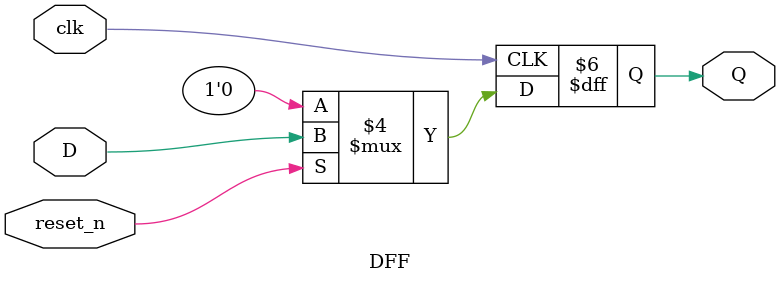
<source format=v>
`timescale 1ns / 1ps

module testcontroller(
                input wire            clk,
				    input wire            secure_mode,
					 input wire            test_mode,
					 input wire            reset_n,
                output wire           enableScanIn,
				    output wire           enableScanOut,
				    output wire           loadkey,
				    output wire           scan_mode
               );
wire FFin;
wire FFout;
					
DFF register(
             .reset_n(reset_n),
             .clk(clk),
				 .D(FFin),
				 .Q(FFout));

assign FFin = secure_mode | FFout;
assign loadkey = FFout;
assign enableScanIn = ~FFout;
assign enableScanOut = ~FFout;
assign scan_mode = test_mode & ~FFout;

endmodule

module DFF(
           input wire clk,
			  input wire reset_n,
			  input wire D,
			  output reg Q
			  );

always @ (posedge clk) begin
	if(reset_n == 1) begin
		Q <= D;
		end
	else begin
		Q <= 1'b0;
		end
end
endmodule
</source>
